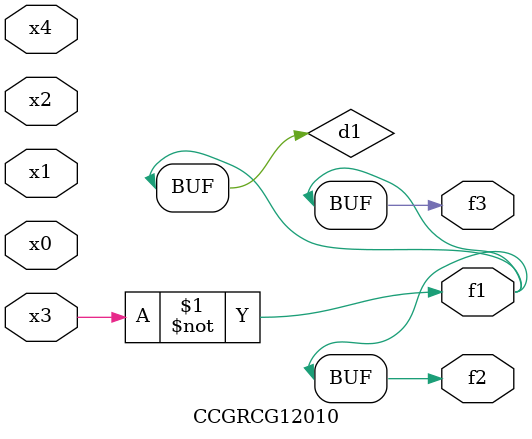
<source format=v>
module CCGRCG12010(
	input x0, x1, x2, x3, x4,
	output f1, f2, f3
);

	wire d1, d2;

	xnor (d1, x3);
	not (d2, x1);
	assign f1 = d1;
	assign f2 = d1;
	assign f3 = d1;
endmodule

</source>
